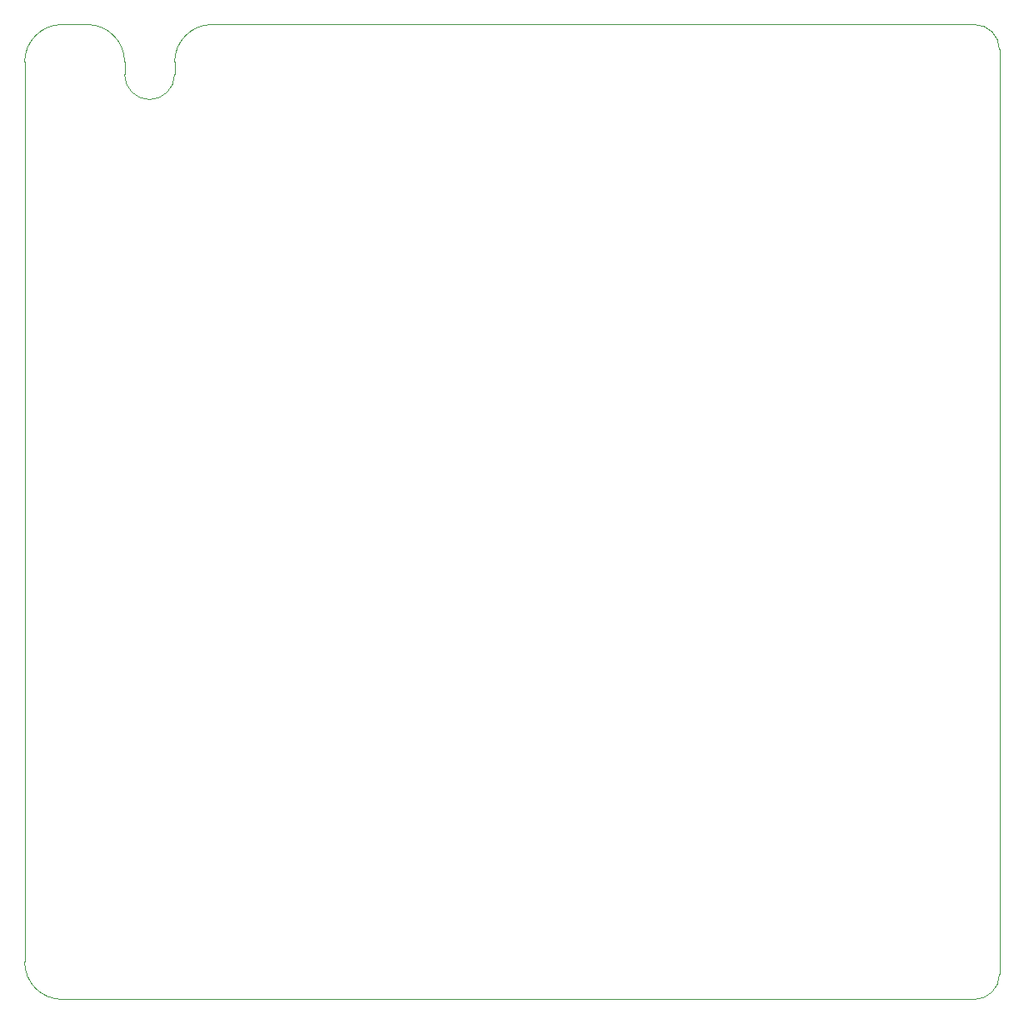
<source format=gbr>
%TF.GenerationSoftware,KiCad,Pcbnew,8.0.4-8.0.4-0~ubuntu22.04.1*%
%TF.CreationDate,2024-08-03T20:12:04+03:00*%
%TF.ProjectId,PM-CPU-ESP,504d2d43-5055-42d4-9553-502e6b696361,rev?*%
%TF.SameCoordinates,Original*%
%TF.FileFunction,Profile,NP*%
%FSLAX46Y46*%
G04 Gerber Fmt 4.6, Leading zero omitted, Abs format (unit mm)*
G04 Created by KiCad (PCBNEW 8.0.4-8.0.4-0~ubuntu22.04.1) date 2024-08-03 20:12:04*
%MOMM*%
%LPD*%
G01*
G04 APERTURE LIST*
%TA.AperFunction,Profile*%
%ADD10C,0.050000*%
%TD*%
G04 APERTURE END LIST*
D10*
X34290000Y-43180000D02*
X36830000Y-43180000D01*
X43180000Y-50800000D02*
G75*
G02*
X40640000Y-48260000I0J2540000D01*
G01*
X40640000Y-48260000D02*
X40640000Y-46990000D01*
X129540000Y-139700000D02*
G75*
G02*
X127000000Y-142240000I-2540000J0D01*
G01*
X127000000Y-43180000D02*
G75*
G02*
X129540000Y-45720000I0J-2540000D01*
G01*
X127000000Y-142240000D02*
X36830000Y-142240000D01*
X49530000Y-43180000D02*
X127000000Y-43180000D01*
X129540000Y-45720000D02*
X129540000Y-139700000D01*
X30480000Y-46990000D02*
G75*
G02*
X34290000Y-43180000I3810000J0D01*
G01*
X45720000Y-46990000D02*
X45720000Y-48260000D01*
X45720000Y-46990000D02*
G75*
G02*
X49530000Y-43180000I3810000J0D01*
G01*
X34290000Y-142240000D02*
G75*
G02*
X30480000Y-138430000I0J3810000D01*
G01*
X36830000Y-142240000D02*
X34290000Y-142240000D01*
X36830000Y-43180000D02*
G75*
G02*
X40640000Y-46990000I0J-3810000D01*
G01*
X45720000Y-48260000D02*
G75*
G02*
X43180000Y-50800000I-2540000J0D01*
G01*
X30480000Y-138430000D02*
X30480000Y-46990000D01*
M02*

</source>
